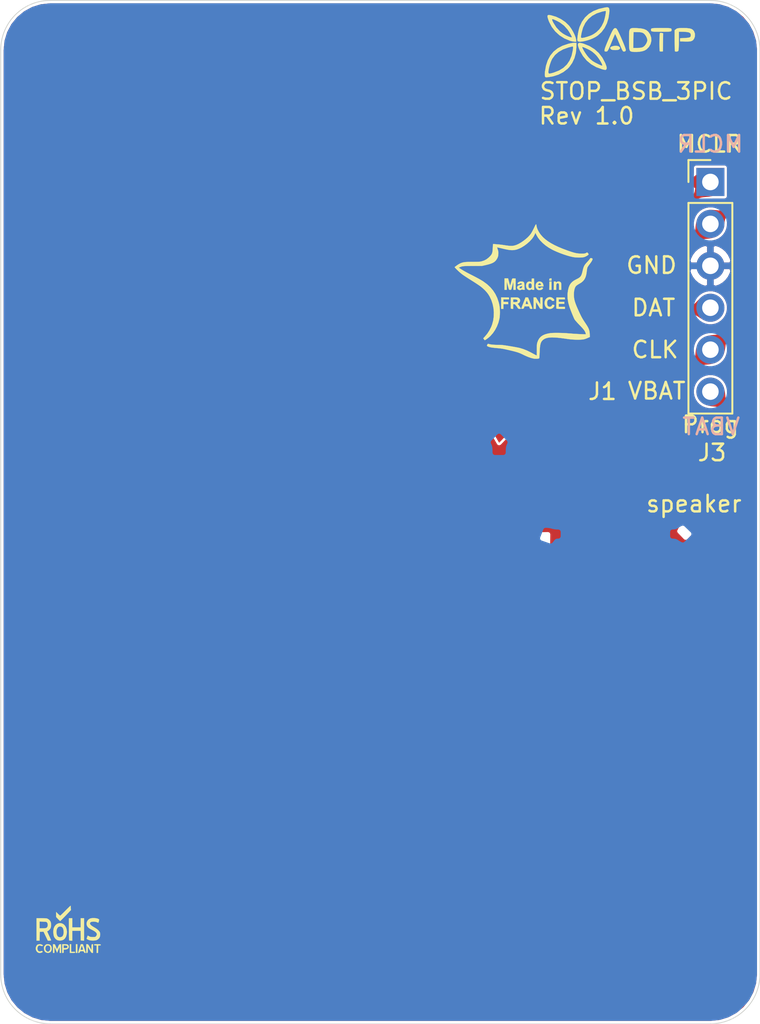
<source format=kicad_pcb>
(kicad_pcb (version 20171130) (host pcbnew "(5.1.10)-1")
  (title_block (title Stop_BBM_3PIC_PCB) (date 2022-02-03) (rev 1.1) (company ADTP))
  (layers (0 F.Cu signal) (31 B.Cu signal) (34 B.Paste user hide) (35 F.Paste user hide) (36 B.SilkS user) (37 F.SilkS user) (38 B.Mask user hide) (39 F.Mask user) (44 Edge.Cuts user))
  (net 0 "")
  (net 1 Vbatt)
  (net 2 GND)
  (net 3 "Net-(BT1-Pad1)")
  (net 4 /chx2)
  (net 5 /chx1)
  (net 6 /chx3)
  (net 7 +3V3_5V)
  (net 8 Power_photodiode)
  (net 9 BUZZ+)
  (net 10 BUZZ-)
  (net 11 MCLR)
  (net 12 ICSPCLK)
  (net 13 ISCPDAT)
  (module Stop_BBM_3PIC:rohs2 (layer F.Cu) (at 83.1 164.4)
    (fp_text reference G23 hide)
    (fp_text value LOGO hide)
  )
  (module Stop_BBM_3PIC:SolderWirePad_1x01_SMD_5x10mm_BBM (layer F.Cu) (at 115.45 135.45 180)
    (fp_text reference J1 (at -0.01 3.76 180) (layer F.SilkS))
    (fp_text value "Haut parleur (MOUSE)")
    (pad 2 smd rect (at -1.75 0 180) (size 2.5 5) (layers F.Cu F.Paste F.Mask) (net 9 BUZZ+))
    (pad 1 smd rect (at 1.75 0 180) (size 2.5 5) (layers F.Cu F.Paste F.Mask) (net 10 BUZZ-))
  )
  (module Stop_BBM_3PIC:MadeInFrance (layer F.Cu) (at 111 125.5)
    (fp_text reference G24 hide)
    (fp_text value LOGO hide)
  )
  (module DEV_BE:adtp (layer F.Cu) (at 116.5 110.5)
    (fp_text reference G21 hide)
    (fp_text value LOGO hide)
  )
  (module Connector_PinHeader_2.54mm:PinHeader_1x06_P2.54mm_Vertical (layer F.Cu) (at 122 119)
    (fp_text reference J3 (at 0.1 16.4) (layer F.SilkS))
    (fp_text value Conn_01x06)
    (pad 1 thru_hole rect (at 0 0) (size 1.7 1.7) (drill 1) (layers *.Cu *.Mask) (net 11 MCLR))
    (pad 2 thru_hole oval (at 0 2.54) (size 1.7 1.7) (drill 1) (layers *.Cu *.Mask) (net 7 +3V3_5V))
    (pad 3 thru_hole oval (at 0 5.08) (size 1.7 1.7) (drill 1) (layers *.Cu *.Mask) (net 2 GND))
    (pad 4 thru_hole oval (at 0 7.62) (size 1.7 1.7) (drill 1) (layers *.Cu *.Mask) (net 13 ISCPDAT))
    (pad 5 thru_hole oval (at 0 10.16) (size 1.7 1.7) (drill 1) (layers *.Cu *.Mask) (net 12 ICSPCLK))
    (pad 6 thru_hole oval (at 0 12.7) (size 1.7 1.7) (drill 1) (layers *.Cu *.Mask) (net 1 Vbatt))
  )
  (gr_text VBAT (at 122.05 133.82) (layer B.SilkS) (effects (font (size 1 1)) (justify mirror)))
  (gr_text MCLR (at 122 116.7) (layer B.SilkS) (effects (font (size 1 1)) (justify mirror)))
  (gr_text VBAT (at 118.746667 131.66) (layer F.SilkS) (effects (font (size 1 1))))
  (gr_text "Rev 1.0" (at 114.5 115) (layer F.SilkS) (effects (font (size 1 1))))
  (gr_text DAT (at 118.551429 126.62) (layer F.SilkS) (effects (font (size 1 1))))
  (gr_text CLK (at 118.646667 129.16) (layer F.SilkS) (effects (font (size 1 1))))
  (gr_text GND (at 118.432381 124.05) (layer F.SilkS) (effects (font (size 1 1))))
  (gr_text MCLR (at 121.95 116.7) (layer F.SilkS) (effects (font (size 1 1))))
  (gr_text speaker (at 121 138.5) (layer F.SilkS) (effects (font (size 1 1))))
  (gr_text Prog (at 122 133.7) (layer F.SilkS) (effects (font (size 1 1))))
  (gr_text STOP_BSB_3PIC (at 117.5 113.5) (layer F.SilkS) (effects (font (size 1 1))))
  (gr_arc (start 122 167) (end 122 170) (angle -90) (layer Edge.Cuts) (width 0.05))
  (gr_arc (start 82 167) (end 79 167) (angle -90) (layer Edge.Cuts) (width 0.05))
  (gr_arc (start 82 111) (end 82 108) (angle -90) (layer Edge.Cuts) (width 0.05))
  (gr_arc (start 122 111) (end 125 111) (angle -90) (layer Edge.Cuts) (width 0.05))
  (gr_line (start 82 108) (end 122 108) (layer Edge.Cuts) (width 0.05))
  (gr_line (start 79 167) (end 79 111) (layer Edge.Cuts) (width 0.05))
  (gr_line (start 122 170) (end 82 170) (layer Edge.Cuts) (width 0.05))
  (gr_line (start 125 111) (end 125 167) (layer Edge.Cuts) (width 0.05))
  (zone (net 2) (net_name GND) (layer F.Cu) (connect_pads (clearance 0.15)) (min_thickness 0.2) (fill yes (arc_segments 32) (thermal_gap 0.4) (thermal_bridge_width 0.4))
    (polygon (pts (xy 123.5 108.5) (xy 124.5 109.5) (xy 125 111) (xy 125 167) (xy 124.5 168.5) (xy 123.5 169.5) (xy 122 170) (xy 82 170) (xy 80.5 169.5) (xy 79.5 168.5) (xy 79 167.5) (xy 79 111) (xy 79.5 109.5) (xy 80.5 108.5) (xy 82 108) (xy 122 108)))
  )
  (zone (net 2) (net_name GND) (layer B.Cu) (connect_pads (clearance 0.15)) (min_thickness 0.2) (fill yes (arc_segments 32) (thermal_gap 0.4) (thermal_bridge_width 0.4))
    (polygon (pts (xy 123.455533 108.5) (xy 124.455533 109.5) (xy 124.955533 111) (xy 124.955533 167) (xy 124.455533 168.5) (xy 123.455533 169.5) (xy 121.955533 170) (xy 81.955533 170) (xy 80.455533 169.5) (xy 79.455533 168.5) (xy 78.955533 167.5) (xy 79 111) (xy 79.455533 109.5) (xy 80.455533 108.5) (xy 81.955533 108) (xy 121.955533 108)))
  )
  (zone (net 1) (net_name Vbatt) (layer F.Cu) (priority 16962) (connect_pads yes (clearance 0.15)) (min_thickness 0.0254) (fill yes (arc_segments 32) (thermal_gap 0.508) (thermal_bridge_width 0.508))
    (polygon (pts (xy 123.283398 132.806621) (xy 123.149686 132.65834) (xy 123.054721 132.522119) (xy 122.991109 132.394245) (xy 122.951461 132.271006) (xy 122.928386 132.148691) (xy 122.914492 132.023588) (xy 122.90239 131.891984) (xy 122.884689 131.750167) (xy 122.853997 131.594427) (xy 122.802924 131.421051) (xy 121.69948 131.39948) (xy 121.721051 132.502924) (xy 121.894427 132.553997) (xy 122.050167 132.584689) (xy 122.191984 132.60239) (xy 122.323588 132.614492) (xy 122.448691 132.628386) (xy 122.571006 132.651461) (xy 122.694245 132.691109) (xy 122.822119 132.754721) (xy 122.95834 132.849686) (xy 123.106621 132.983398)))
  )
  (zone (net 7) (net_name +3V3_5V) (layer F.Cu) (priority 16962) (connect_pads yes (clearance 0.15)) (min_thickness 0.0254) (fill yes (arc_segments 32) (thermal_gap 0.508) (thermal_bridge_width 0.508))
    (polygon (pts (xy 123.031 120.370072) (xy 123.012013 120.527676) (xy 122.95817 120.6335) (xy 122.874149 120.696631) (xy 122.764626 120.726155) (xy 122.634278 120.731158) (xy 122.487782 120.720728) (xy 122.329815 120.70395) (xy 122.165055 120.689911) (xy 121.998177 120.687697) (xy 121.83386 120.706396) (xy 121.661088 121.796443) (xy 122.85 121.54) (xy 122.862068 121.390348) (xy 122.894824 121.266855) (xy 122.943095 121.162431) (xy 123.001712 121.06999) (xy 123.0655 120.982443) (xy 123.129288 120.892705) (xy 123.187904 120.793685) (xy 123.236176 120.678299) (xy 123.268932 120.539456) (xy 123.281 120.370072)))
  )
  (zone (net 7) (net_name +3V3_5V) (layer F.Cu) (priority 16962) (connect_pads yes (clearance 0.15)) (min_thickness 0.0254) (fill yes (arc_segments 32) (thermal_gap 0.508) (thermal_bridge_width 0.508))
    (polygon (pts (xy 120.893379 122.823398) (xy 121.041659 122.689686) (xy 121.17788 122.594721) (xy 121.305754 122.531109) (xy 121.428993 122.491461) (xy 121.551308 122.468386) (xy 121.676411 122.454492) (xy 121.808015 122.44239) (xy 121.949832 122.424689) (xy 122.105572 122.393997) (xy 122.278949 122.342924) (xy 122.30052 121.23948) (xy 121.197076 121.261051) (xy 121.146002 121.434427) (xy 121.11531 121.590167) (xy 121.097609 121.731984) (xy 121.085507 121.863588) (xy 121.071613 121.988691) (xy 121.048538 122.111006) (xy 121.00889 122.234245) (xy 120.945278 122.362119) (xy 120.850313 122.49834) (xy 120.716602 122.646621)))
  )
  (zone (net 9) (net_name BUZZ+) (layer F.Cu) (priority 16962) (connect_pads yes (clearance 0.15)) (min_thickness 0.0254) (fill yes (arc_segments 32) (thermal_gap 0.508) (thermal_bridge_width 0.508))
    (polygon (pts (xy 117.075 134.66) (xy 117.071733 134.750461) (xy 117.062341 134.826222) (xy 117.047435 134.890389) (xy 117.027625 134.946064) (xy 117.003523 134.996352) (xy 116.975738 135.044359) (xy 116.944883 135.093187) (xy 116.911567 135.145941) (xy 116.876403 135.205725) (xy 116.84 135.275645) (xy 117.2 135.65) (xy 117.56 135.275645) (xy 117.523596 135.205725) (xy 117.488432 135.145941) (xy 117.455116 135.093187) (xy 117.424261 135.044359) (xy 117.396476 134.996352) (xy 117.372374 134.946064) (xy 117.352564 134.890389) (xy 117.337658 134.826222) (xy 117.328266 134.750461) (xy 117.325 134.66)))
  )
  (zone (net 9) (net_name BUZZ+) (layer F.Cu) (priority 16962) (connect_pads yes (clearance 0.15)) (min_thickness 0.0254) (fill yes (arc_segments 32) (thermal_gap 0.508) (thermal_bridge_width 0.508))
    (polygon (pts (xy 117.325 134.79) (xy 117.328266 134.699538) (xy 117.337658 134.623777) (xy 117.352564 134.55961) (xy 117.372374 134.503935) (xy 117.396476 134.453647) (xy 117.424261 134.40564) (xy 117.455116 134.356812) (xy 117.488432 134.304058) (xy 117.523596 134.244274) (xy 117.56 134.174355) (xy 117.2 133.8) (xy 116.84 134.174355) (xy 116.876403 134.244274) (xy 116.911567 134.304058) (xy 116.944883 134.356812) (xy 116.975738 134.40564) (xy 117.003523 134.453647) (xy 117.027625 134.503935) (xy 117.047435 134.55961) (xy 117.062341 134.623777) (xy 117.071733 134.699538) (xy 117.075 134.79)))
  )
  (zone (net 9) (net_name BUZZ+) (layer F.Cu) (priority 16962) (connect_pads yes (clearance 0.15)) (min_thickness 0.0254) (fill yes (arc_segments 32) (thermal_gap 0.508) (thermal_bridge_width 0.508))
    (polygon (pts (xy 117.075 134.01) (xy 117.071032 134.049461) (xy 117.060183 134.085441) (xy 117.04403 134.117815) (xy 117.024151 134.146458) (xy 117.002124 134.171243) (xy 116.979527 134.192046) (xy 116.957938 134.208741) (xy 116.938935 134.221202) (xy 116.924096 134.229305) (xy 116.915 134.232924) (xy 117.2 136.075) (xy 117.485 134.232924) (xy 117.475903 134.229305) (xy 117.461064 134.221202) (xy 117.442061 134.208741) (xy 117.420472 134.192046) (xy 117.397875 134.171243) (xy 117.375848 134.146458) (xy 117.355969 134.117815) (xy 117.339816 134.085441) (xy 117.328967 134.049461) (xy 117.325 134.01)))
  )
  (zone (net 9) (net_name BUZZ+) (layer F.Cu) (priority 16962) (connect_pads yes (clearance 0.15)) (min_thickness 0.0254) (fill yes (arc_segments 32) (thermal_gap 0.508) (thermal_bridge_width 0.508))
    (polygon (pts (xy 117.45 137.69) (xy 117.450381 137.602348) (xy 117.451844 137.525709) (xy 117.454868 137.458126) (xy 117.459933 137.397645) (xy 117.467517 137.342308) (xy 117.478099 137.290161) (xy 117.49216 137.239248) (xy 117.510177 137.187613) (xy 117.532631 137.1333) (xy 117.56 137.074355) (xy 117.2 136.7) (xy 116.84 137.074355) (xy 116.867368 137.1333) (xy 116.889822 137.187613) (xy 116.907839 137.239248) (xy 116.9219 137.290161) (xy 116.932482 137.342308) (xy 116.940066 137.397645) (xy 116.945131 137.458126) (xy 116.948155 137.525709) (xy 116.949618 137.602348) (xy 116.95 137.69)))
  )
  (zone (net 9) (net_name BUZZ+) (layer F.Cu) (priority 16962) (connect_pads yes (clearance 0.15)) (min_thickness 0.0254) (fill yes (arc_segments 32) (thermal_gap 0.508) (thermal_bridge_width 0.508))
    (polygon (pts (xy 117.45 136.24) (xy 117.450381 136.152348) (xy 117.451844 136.075709) (xy 117.454868 136.008126) (xy 117.459933 135.947645) (xy 117.467517 135.892308) (xy 117.478099 135.840161) (xy 117.49216 135.789248) (xy 117.510177 135.737613) (xy 117.532631 135.6833) (xy 117.56 135.624355) (xy 117.2 135.25) (xy 116.84 135.624355) (xy 116.867368 135.6833) (xy 116.889822 135.737613) (xy 116.907839 135.789248) (xy 116.9219 135.840161) (xy 116.932482 135.892308) (xy 116.940066 135.947645) (xy 116.945131 136.008126) (xy 116.948155 136.075709) (xy 116.949618 136.152348) (xy 116.95 136.24)))
  )
  (zone (net 9) (net_name BUZZ+) (layer F.Cu) (priority 16962) (connect_pads yes (clearance 0.15)) (min_thickness 0.0254) (fill yes (arc_segments 32) (thermal_gap 0.508) (thermal_bridge_width 0.508))
    (polygon (pts (xy 116.95 136.11) (xy 116.949618 136.197651) (xy 116.948155 136.27429) (xy 116.945131 136.341873) (xy 116.940066 136.402354) (xy 116.932482 136.457691) (xy 116.9219 136.509838) (xy 116.907839 136.560751) (xy 116.889822 136.612386) (xy 116.867368 136.666699) (xy 116.84 136.725645) (xy 117.2 137.1) (xy 117.56 136.725645) (xy 117.532631 136.666699) (xy 117.510177 136.612386) (xy 117.49216 136.560751) (xy 117.478099 136.509838) (xy 117.467517 136.457691) (xy 117.459933 136.402354) (xy 117.454868 136.341873) (xy 117.451844 136.27429) (xy 117.450381 136.197651) (xy 117.45 136.11)))
  )
  (zone (net 9) (net_name BUZZ+) (layer F.Cu) (priority 16962) (connect_pads yes (clearance 0.15)) (min_thickness 0.0254) (fill yes (arc_segments 32) (thermal_gap 0.508) (thermal_bridge_width 0.508))
    (polygon (pts (xy 117.45 137.95) (xy 117.46347 137.657774) (xy 117.501785 137.416368) (xy 117.561796 137.214783) (xy 117.640356 137.042021) (xy 117.734318 136.887085) (xy 117.840534 136.738976) (xy 117.955858 136.586698) (xy 118.077142 136.419251) (xy 118.201238 136.225638) (xy 118.325 135.994862) (xy 117.2 134.825) (xy 116.075 135.994862) (xy 116.198761 136.225638) (xy 116.322857 136.419251) (xy 116.444141 136.586698) (xy 116.559465 136.738976) (xy 116.665681 136.887085) (xy 116.759643 137.042021) (xy 116.838203 137.214783) (xy 116.898214 137.416368) (xy 116.936529 137.657774) (xy 116.95 137.95)))
  )
  (zone (net 10) (net_name BUZZ-) (layer F.Cu) (priority 16962) (connect_pads yes (clearance 0.15)) (min_thickness 0.0254) (fill yes (arc_segments 32) (thermal_gap 0.508) (thermal_bridge_width 0.508))
    (polygon (pts (xy 113.825 136.24) (xy 113.828266 136.149538) (xy 113.837658 136.073777) (xy 113.852564 136.00961) (xy 113.872374 135.953935) (xy 113.896476 135.903647) (xy 113.924261 135.85564) (xy 113.955116 135.806812) (xy 113.988432 135.754058) (xy 114.023596 135.694274) (xy 114.06 135.624355) (xy 113.7 135.25) (xy 113.34 135.624355) (xy 113.376403 135.694274) (xy 113.411567 135.754058) (xy 113.444883 135.806812) (xy 113.475738 135.85564) (xy 113.503523 135.903647) (xy 113.527625 135.953935) (xy 113.547435 136.00961) (xy 113.562341 136.073777) (xy 113.571733 136.149538) (xy 113.575 136.24)))
  )
  (zone (net 10) (net_name BUZZ-) (layer F.Cu) (priority 16962) (connect_pads yes (clearance 0.15)) (min_thickness 0.0254) (fill yes (arc_segments 32) (thermal_gap 0.508) (thermal_bridge_width 0.508))
    (polygon (pts (xy 113.575 136.21) (xy 113.571733 136.300461) (xy 113.562341 136.376222) (xy 113.547435 136.440389) (xy 113.527625 136.496064) (xy 113.503523 136.546352) (xy 113.475738 136.594359) (xy 113.444883 136.643187) (xy 113.411567 136.695941) (xy 113.376403 136.755725) (xy 113.34 136.825645) (xy 113.7 137.2) (xy 114.06 136.825645) (xy 114.023596 136.755725) (xy 113.988432 136.695941) (xy 113.955116 136.643187) (xy 113.924261 136.594359) (xy 113.896476 136.546352) (xy 113.872374 136.496064) (xy 113.852564 136.440389) (xy 113.837658 136.376222) (xy 113.828266 136.300461) (xy 113.825 136.21)))
  )
  (zone (net 10) (net_name BUZZ-) (layer F.Cu) (priority 16962) (connect_pads yes (clearance 0.15)) (min_thickness 0.0254) (fill yes (arc_segments 32) (thermal_gap 0.508) (thermal_bridge_width 0.508))
    (polygon (pts (xy 113.825 136.99) (xy 113.830563 136.929697) (xy 113.845848 136.87482) (xy 113.868744 136.825489) (xy 113.897144 136.781824) (xy 113.928938 136.743944) (xy 113.962016 136.71197) (xy 113.994271 136.686021) (xy 114.023592 136.666216) (xy 114.047872 136.652677) (xy 114.065 136.645522) (xy 113.7 134.825) (xy 113.335 136.645522) (xy 113.352127 136.652677) (xy 113.376407 136.666216) (xy 113.405728 136.686021) (xy 113.437983 136.71197) (xy 113.471061 136.743944) (xy 113.502855 136.781824) (xy 113.531255 136.825489) (xy 113.554151 136.87482) (xy 113.569436 136.929697) (xy 113.575 136.99)))
  )
  (zone (net 10) (net_name BUZZ-) (layer F.Cu) (priority 16962) (connect_pads yes (clearance 0.15)) (min_thickness 0.0254) (fill yes (arc_segments 32) (thermal_gap 0.508) (thermal_bridge_width 0.508))
    (polygon (pts (xy 112.96461 135.068163) (xy 113.026319 135.130411) (xy 113.079476 135.185637) (xy 113.125125 135.235564) (xy 113.164311 135.281912) (xy 113.198077 135.326403) (xy 113.227468 135.37076) (xy 113.253527 135.416703) (xy 113.277298 135.465955) (xy 113.299825 135.520236) (xy 113.322154 135.58127) (xy 113.841421 135.591421) (xy 113.83127 135.072154) (xy 113.770236 135.049825) (xy 113.715955 135.027298) (xy 113.666703 135.003527) (xy 113.62076 134.977468) (xy 113.576403 134.948077) (xy 113.531912 134.914311) (xy 113.485564 134.875125) (xy 113.435637 134.829476) (xy 113.380411 134.776319) (xy 113.318163 134.71461)))
  )
  (zone (net 10) (net_name BUZZ-) (layer F.Cu) (priority 16962) (connect_pads yes (clearance 0.15)) (min_thickness 0.0254) (fill yes (arc_segments 32) (thermal_gap 0.508) (thermal_bridge_width 0.508))
    (polygon (pts (xy 113.95 134.89) (xy 113.950381 134.802348) (xy 113.951844 134.725709) (xy 113.954868 134.658126) (xy 113.959933 134.597645) (xy 113.967517 134.542308) (xy 113.978099 134.490161) (xy 113.99216 134.439248) (xy 114.010177 134.387613) (xy 114.032631 134.3333) (xy 114.06 134.274355) (xy 113.7 133.9) (xy 113.34 134.274355) (xy 113.367368 134.3333) (xy 113.389822 134.387613) (xy 113.407839 134.439248) (xy 113.4219 134.490161) (xy 113.432482 134.542308) (xy 113.440066 134.597645) (xy 113.445131 134.658126) (xy 113.448155 134.725709) (xy 113.449618 134.802348) (xy 113.45 134.89)))
  )
  (zone (net 10) (net_name BUZZ-) (layer F.Cu) (priority 16962) (connect_pads yes (clearance 0.15)) (min_thickness 0.0254) (fill yes (arc_segments 32) (thermal_gap 0.508) (thermal_bridge_width 0.508))
    (polygon (pts (xy 113.45 134.1) (xy 113.448184 134.123125) (xy 113.443233 134.144933) (xy 113.43589 134.16517) (xy 113.426899 134.183584) (xy 113.417004 134.199922) (xy 113.406949 134.213933) (xy 113.397477 134.225364) (xy 113.389332 134.233963) (xy 113.383259 134.239477) (xy 113.38 134.241655) (xy 113.7 136.075) (xy 114.02 134.241655) (xy 114.01674 134.239477) (xy 114.010667 134.233963) (xy 114.002522 134.225364) (xy 113.99305 134.213933) (xy 113.982995 134.199922) (xy 113.9731 134.183584) (xy 113.964109 134.16517) (xy 113.956766 134.144933) (xy 113.951815 134.123125) (xy 113.95 134.1)))
  )
  (zone (net 10) (net_name BUZZ-) (layer F.Cu) (priority 16962) (connect_pads yes (clearance 0.15)) (min_thickness 0.0254) (fill yes (arc_segments 32) (thermal_gap 0.508) (thermal_bridge_width 0.508))
    (polygon (pts (xy 113.45 134.65) (xy 113.449661 134.739039) (xy 113.448306 134.816908) (xy 113.445428 134.88559) (xy 113.440519 134.947065) (xy 113.433072 135.003319) (xy 113.422579 135.056332) (xy 113.408533 135.108089) (xy 113.390426 135.160571) (xy 113.367751 135.215762) (xy 113.34 135.275645) (xy 113.7 135.65) (xy 114.06 135.275645) (xy 114.032248 135.215762) (xy 114.009573 135.160571) (xy 113.991466 135.108089) (xy 113.97742 135.056332) (xy 113.966927 135.003319) (xy 113.95948 134.947065) (xy 113.954571 134.88559) (xy 113.951693 134.816908) (xy 113.950338 134.739039) (xy 113.95 134.65)))
  )
  (zone (net 10) (net_name BUZZ-) (layer F.Cu) (priority 16962) (connect_pads yes (clearance 0.15)) (min_thickness 0.0254) (fill yes (arc_segments 32) (thermal_gap 0.508) (thermal_bridge_width 0.508))
    (polygon (pts (xy 113.45 134.65) (xy 113.449661 134.739039) (xy 113.448306 134.816908) (xy 113.445428 134.88559) (xy 113.440519 134.947065) (xy 113.433072 135.003319) (xy 113.422579 135.056332) (xy 113.408533 135.108089) (xy 113.390426 135.160571) (xy 113.367751 135.215762) (xy 113.34 135.275645) (xy 113.7 135.65) (xy 114.06 135.275645) (xy 114.032248 135.215762) (xy 114.009573 135.160571) (xy 113.991466 135.108089) (xy 113.97742 135.056332) (xy 113.966927 135.003319) (xy 113.95948 134.947065) (xy 113.954571 134.88559) (xy 113.951693 134.816908) (xy 113.950338 134.739039) (xy 113.95 134.65)))
  )
  (zone (net 10) (net_name BUZZ-) (layer F.Cu) (priority 16962) (connect_pads yes (clearance 0.15)) (min_thickness 0.0254) (fill yes (arc_segments 32) (thermal_gap 0.508) (thermal_bridge_width 0.508))
    (polygon (pts (xy 113.190884 134.944437) (xy 113.230062 134.985505) (xy 113.263097 135.024468) (xy 113.290115 135.061832) (xy 113.311242 135.098104) (xy 113.326602 135.133792) (xy 113.33632 135.169404) (xy 113.340524 135.205446) (xy 113.339337 135.242427) (xy 113.332885 135.280853) (xy 113.321294 135.321233) (xy 113.724591 135.648482) (xy 113.982842 135.167158) (xy 113.931859 135.112315) (xy 113.889734 135.059711) (xy 113.85374 135.008276) (xy 113.82115 134.956936) (xy 113.789239 134.904621) (xy 113.75528 134.850257) (xy 113.716547 134.792773) (xy 113.670312 134.731098) (xy 113.613851 134.664159) (xy 113.544437 134.590884)))
  )
  (zone (net 10) (net_name BUZZ-) (layer F.Cu) (priority 16962) (connect_pads yes (clearance 0.15)) (min_thickness 0.0254) (fill yes (arc_segments 32) (thermal_gap 0.508) (thermal_bridge_width 0.508))
    (polygon (pts (xy 111.946376 133.69993) (xy 112.128318 133.901092) (xy 112.258408 134.086538) (xy 112.34522 134.261388) (xy 112.397331 134.430763) (xy 112.423314 134.599783) (xy 112.431744 134.773567) (xy 112.431197 134.957236) (xy 112.430248 135.15591) (xy 112.437472 135.374709) (xy 112.461444 135.618754) (xy 114.045876 135.970571) (xy 114.335499 134.373599) (xy 114.091532 134.243366) (xy 113.871333 134.149412) (xy 113.669357 134.080426) (xy 113.480057 134.025094) (xy 113.297889 133.972106) (xy 113.117306 133.910147) (xy 112.932764 133.827907) (xy 112.738718 133.714074) (xy 112.529621 133.557334) (xy 112.29993 133.346376)))
  )
  (zone (net 10) (net_name BUZZ-) (layer F.Cu) (priority 16962) (connect_pads yes (clearance 0.15)) (min_thickness 0.0254) (fill yes (arc_segments 32) (thermal_gap 0.508) (thermal_bridge_width 0.508))
    (polygon (pts (xy 112.830365 133.876812) (xy 112.64948 133.683562) (xy 112.509039 133.509472) (xy 112.399684 133.350361) (xy 112.312059 133.202046) (xy 112.236809 133.060346) (xy 112.164577 132.921078) (xy 112.086007 132.780061) (xy 111.991744 132.633112) (xy 111.872431 132.47605) (xy 111.718712 132.304693) (xy 110.530472 132.828119) (xy 111.099937 133.994993) (xy 111.271506 133.973549) (xy 111.426993 133.948832) (xy 111.569603 133.925816) (xy 111.702545 133.909479) (xy 111.829028 133.904796) (xy 111.952258 133.916744) (xy 112.075443 133.950299) (xy 112.201792 134.010436) (xy 112.334512 134.102133) (xy 112.476812 134.230365)))
  )
  (zone (net 10) (net_name BUZZ-) (layer F.Cu) (priority 16962) (connect_pads yes (clearance 0.15)) (min_thickness 0.0254) (fill yes (arc_segments 32) (thermal_gap 0.508) (thermal_bridge_width 0.508))
    (polygon (pts (xy 109.235355 133.711092) (xy 109.172427 133.782079) (xy 109.126366 133.850018) (xy 109.093439 133.915187) (xy 109.069912 133.977864) (xy 109.052054 134.038326) (xy 109.036133 134.096852) (xy 109.018415 134.153721) (xy 108.995168 134.209209) (xy 108.962659 134.263595) (xy 108.917158 134.317158) (xy 109.2 134.8) (xy 109.56 134.425645) (xy 109.543287 134.389952) (xy 109.528487 134.3545) (xy 109.516518 134.319164) (xy 109.508294 134.28382) (xy 109.504732 134.248343) (xy 109.506748 134.212611) (xy 109.515258 134.176499) (xy 109.531177 134.139883) (xy 109.555421 134.10264) (xy 109.588908 134.064645)))
  )
  (zone (net 10) (net_name BUZZ-) (layer F.Cu) (priority 16962) (connect_pads yes (clearance 0.15)) (min_thickness 0.0254) (fill yes (arc_segments 32) (thermal_gap 0.508) (thermal_bridge_width 0.508))
    (polygon (pts (xy 109.50097 134.152583) (xy 109.636897 134.03077) (xy 109.764371 133.944483) (xy 109.88623 133.889145) (xy 110.005313 133.860176) (xy 110.12446 133.852999) (xy 110.246511 133.863036) (xy 110.374304 133.885709) (xy 110.510678 133.916439) (xy 110.658474 133.95065) (xy 110.820531 133.983763) (xy 111.481808 132.866356) (xy 110.292894 132.292894) (xy 110.137991 132.457895) (xy 110.015343 132.607952) (xy 109.916219 132.747471) (xy 109.831884 132.880855) (xy 109.753606 133.012511) (xy 109.672651 133.146843) (xy 109.580288 133.288255) (xy 109.467783 133.441154) (xy 109.326404 133.609944) (xy 109.147417 133.79903)))
  )
  (zone (net 10) (net_name BUZZ-) (layer F.Cu) (priority 16962) (connect_pads yes (clearance 0.15)) (min_thickness 0.0254) (fill yes (arc_segments 32) (thermal_gap 0.508) (thermal_bridge_width 0.508))
    (polygon (pts (xy 109 133.25) (xy 109.231755 133.259561) (xy 109.42446 133.286886) (xy 109.58648 133.329932) (xy 109.726179 133.386659) (xy 109.851924 133.455025) (xy 109.972079 133.532988) (xy 110.09501 133.618509) (xy 110.229082 133.709545) (xy 110.382661 133.804056) (xy 110.564111 133.9) (xy 111.5 133) (xy 110.564111 132.1) (xy 110.382661 132.195943) (xy 110.229082 132.290454) (xy 110.09501 132.38149) (xy 109.972079 132.467011) (xy 109.851924 132.544974) (xy 109.726179 132.61334) (xy 109.58648 132.670067) (xy 109.42446 132.713113) (xy 109.231755 132.740438) (xy 109 132.75)))
  )
  (zone (net 11) (net_name MCLR) (layer F.Cu) (priority 16962) (connect_pads yes (clearance 0.15)) (min_thickness 0.0254) (fill yes (arc_segments 32) (thermal_gap 0.508) (thermal_bridge_width 0.508))
    (polygon (pts (xy 120.893379 120.283398) (xy 121.041659 120.149686) (xy 121.17788 120.054721) (xy 121.305754 119.991109) (xy 121.428993 119.951461) (xy 121.551308 119.928386) (xy 121.676411 119.914492) (xy 121.808015 119.90239) (xy 121.949832 119.884689) (xy 122.105572 119.853997) (xy 122.278949 119.802924) (xy 122.30052 118.69948) (xy 121.197076 118.721051) (xy 121.146002 118.894427) (xy 121.11531 119.050167) (xy 121.097609 119.191984) (xy 121.085507 119.323588) (xy 121.071613 119.448691) (xy 121.048538 119.571006) (xy 121.00889 119.694245) (xy 120.945278 119.822119) (xy 120.850313 119.95834) (xy 120.716602 120.106621)))
  )
  (zone (net 11) (net_name MCLR) (layer F.Cu) (priority 16962) (connect_pads yes (clearance 0.15)) (min_thickness 0.0254) (fill yes (arc_segments 32) (thermal_gap 0.508) (thermal_bridge_width 0.508))
    (polygon (pts (xy 120.31 119.125) (xy 120.509398 119.135302) (xy 120.672872 119.164473) (xy 120.808273 119.209914) (xy 120.923451 119.269021) (xy 121.026258 119.339195) (xy 121.124544 119.417832) (xy 121.226159 119.502333) (xy 121.338956 119.590095) (xy 121.470783 119.678518) (xy 121.629494 119.765) (xy 122.425 119) (xy 121.629494 118.235) (xy 121.470783 118.321481) (xy 121.338956 118.409904) (xy 121.226159 118.497666) (xy 121.124544 118.582167) (xy 121.026258 118.660804) (xy 120.923451 118.730978) (xy 120.808273 118.790085) (xy 120.672872 118.835526) (xy 120.509398 118.864697) (xy 120.31 118.875)))
  )
  (zone (net 12) (net_name ICSPCLK) (layer F.Cu) (priority 16962) (connect_pads yes (clearance 0.15)) (min_thickness 0.0254) (fill yes (arc_segments 32) (thermal_gap 0.508) (thermal_bridge_width 0.508))
    (polygon (pts (xy 123.13955 127.883673) (xy 122.991205 128.017561) (xy 122.854944 128.112759) (xy 122.726998 128.176489) (xy 122.603598 128.215976) (xy 122.480976 128.238443) (xy 122.355365 128.251115) (xy 122.222994 128.261215) (xy 122.080097 128.275967) (xy 121.922904 128.302595) (xy 121.747648 128.348324) (xy 121.689745 129.450459) (xy 122.793301 129.465243) (xy 122.851372 129.290167) (xy 122.888055 129.132904) (xy 122.910889 128.989658) (xy 122.927414 128.856631) (xy 122.945171 128.730027) (xy 122.971699 128.606048) (xy 123.014539 128.480898) (xy 123.08123 128.350779) (xy 123.179313 128.211896) (xy 123.316327 128.06045)))
  )
  (zone (net 12) (net_name ICSPCLK) (layer F.Cu) (priority 16962) (connect_pads yes (clearance 0.15)) (min_thickness 0.0254) (fill yes (arc_segments 32) (thermal_gap 0.508) (thermal_bridge_width 0.508))
    (polygon (pts (xy 120.893379 130.443398) (xy 121.041659 130.309686) (xy 121.17788 130.214721) (xy 121.305754 130.151109) (xy 121.428993 130.111461) (xy 121.551308 130.088386) (xy 121.676411 130.074492) (xy 121.808015 130.06239) (xy 121.949832 130.044689) (xy 122.105572 130.013997) (xy 122.278949 129.962924) (xy 122.30052 128.85948) (xy 121.197076 128.881051) (xy 121.146002 129.054427) (xy 121.11531 129.210167) (xy 121.097609 129.351984) (xy 121.085507 129.483588) (xy 121.071613 129.608691) (xy 121.048538 129.731006) (xy 121.00889 129.854245) (xy 120.945278 129.982119) (xy 120.850313 130.11834) (xy 120.716602 130.266621)))
  )
  (zone (net 13) (net_name ISCPDAT) (layer F.Cu) (priority 16962) (connect_pads yes (clearance 0.15)) (min_thickness 0.0254) (fill yes (arc_segments 32) (thermal_gap 0.508) (thermal_bridge_width 0.508))
    (polygon (pts (xy 120.587556 127.18922) (xy 120.696442 127.098111) (xy 120.799421 127.046066) (xy 120.898317 127.027659) (xy 120.994954 127.037465) (xy 121.091156 127.070061) (xy 121.188747 127.12002) (xy 121.289553 127.181918) (xy 121.395396 127.250331) (xy 121.508102 127.319833) (xy 121.629494 127.385) (xy 122.425 126.62) (xy 121.39896 126.01896) (xy 121.278395 126.139673) (xy 121.175813 126.242658) (xy 121.086282 126.332782) (xy 121.004872 126.414914) (xy 120.926651 126.49392) (xy 120.846687 126.574669) (xy 120.76005 126.662028) (xy 120.661807 126.760865) (xy 120.547027 126.876047) (xy 120.41078 127.012444)))
  )
)
</source>
